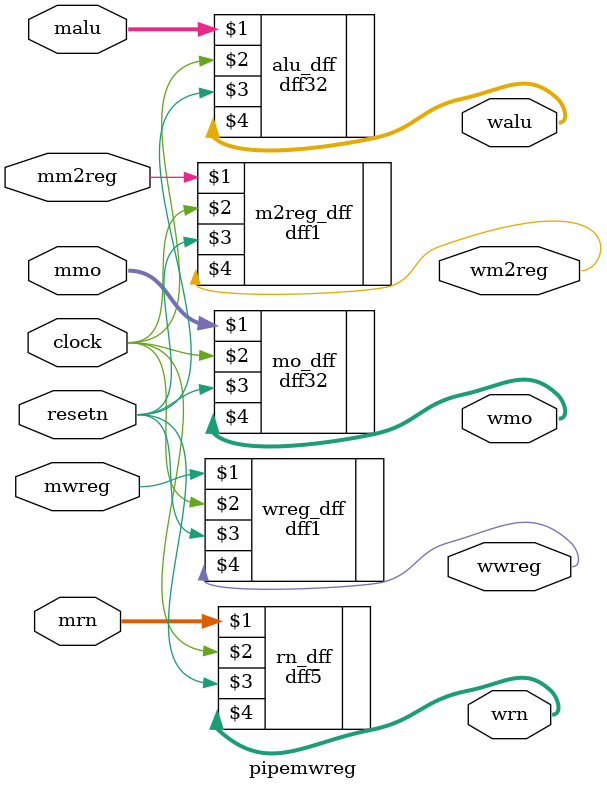
<source format=v>
module pipemwreg(mwreg, mm2reg, mmo, malu, mrn, clock, resetn,
	wwreg, wm2reg, wmo, walu, wrn);
	input         mwreg, mm2reg, clock, resetn;
	input  [4:0]  mrn;
	input  [31:0] mmo, malu;
	output        wwreg, wm2reg;
	output [4:0]  wrn;
	output [31:0] wmo, walu;

	dff1 wreg_dff(mwreg, clock, resetn, wwreg);
	dff1 m2reg_dff(mm2reg, clock, resetn, wm2reg);
	dff32 alu_dff(malu, clock, resetn, walu);
	dff32 mo_dff(mmo, clock, resetn, wmo);
	dff5 rn_dff(mrn, clock, resetn, wrn);
endmodule 
</source>
